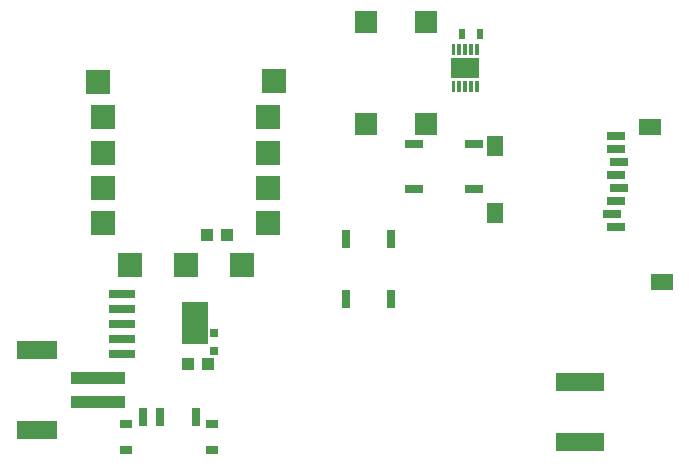
<source format=gbr>
G04 This is an RS-274x file exported by *
G04 gerbv version 2.4.0 *
G04 More information is available about gerbv at *
G04 http://gerbv.gpleda.org/ *
G04 --End of header info--*
%MOIN*%
%FSLAX23Y23*%
%IPPOS*%
G04 --Define apertures--*
%ADD10C,0.0000*%
%ADD11R,0.0600X0.0300*%
%ADD12R,0.0300X0.0600*%
%ADD13R,0.1600X0.0600*%
%ADD14R,0.0551X0.0709*%
%ADD15R,0.0748X0.0551*%
%ADD16R,0.0591X0.0315*%
%ADD17R,0.0315X0.0315*%
%ADD18R,0.0433X0.0394*%
%ADD19R,0.0827X0.0787*%
%ADD20R,0.0787X0.0827*%
%ADD21R,0.0880X0.0300*%
%ADD22R,0.0866X0.1417*%
%ADD23R,0.0720X0.0724*%
%ADD24R,0.0937X0.0650*%
%ADD25C,0.0025*%
%ADD26R,0.0236X0.0354*%
%ADD27R,0.1811X0.0394*%
%ADD28R,0.1339X0.0630*%
%ADD29R,0.0276X0.0591*%
%ADD30R,0.0394X0.0315*%
G04 --Start main section--*
G54D11*
G01X01911Y00993D03*
G01X01911Y01143D03*
G01X01711Y01143D03*
G01X01711Y00993D03*
G54D12*
G01X01635Y00827D03*
G01X01485Y00827D03*
G01X01485Y00627D03*
G01X01635Y00627D03*
G54D13*
G01X02265Y00350D03*
G01X02265Y00150D03*
G54D14*
G01X01980Y00913D03*
G01X01980Y01137D03*
G54D15*
G01X02497Y01200D03*
G01X02537Y00682D03*
G54D16*
G01X02385Y00866D03*
G01X02370Y00909D03*
G01X02385Y00952D03*
G01X02393Y00996D03*
G01X02385Y01039D03*
G01X02393Y01082D03*
G01X02385Y01126D03*
G01X02385Y01169D03*
G54D17*
G01X01045Y00511D03*
G01X01045Y00452D03*
G54D18*
G01X01023Y00409D03*
G01X00957Y00409D03*
G01X01021Y00840D03*
G01X01088Y00840D03*
G54D19*
G01X01138Y00740D03*
G01X00951Y00740D03*
G01X00764Y00740D03*
G54D20*
G01X00675Y00878D03*
G01X00675Y00996D03*
G01X00675Y01114D03*
G01X00675Y01232D03*
G01X00657Y01350D03*
G01X01226Y01232D03*
G01X01226Y01114D03*
G01X01226Y00996D03*
G01X01226Y00878D03*
G01X01243Y01351D03*
G54D21*
G01X00738Y00641D03*
G01X00738Y00591D03*
G01X00738Y00541D03*
G01X00738Y00491D03*
G01X00738Y00441D03*
G54D22*
G01X00982Y00545D03*
G54D23*
G01X01551Y01210D03*
G01X01752Y01210D03*
G01X01752Y01549D03*
G01X01551Y01549D03*
G54D24*
G01X01880Y01397D03*
G54D25*
G01X01883Y01442D02*
G01X01876Y01442D01*
G01X01876Y01442D02*
G01X01876Y01475D01*
G01X01876Y01475D02*
G01X01883Y01475D01*
G01X01883Y01475D02*
G01X01883Y01442D01*
G01X01883Y01444D02*
G01X01876Y01444D01*
G01X01876Y01447D02*
G01X01883Y01447D01*
G01X01883Y01449D02*
G01X01876Y01449D01*
G01X01876Y01451D02*
G01X01883Y01451D01*
G01X01883Y01454D02*
G01X01876Y01454D01*
G01X01876Y01456D02*
G01X01883Y01456D01*
G01X01883Y01459D02*
G01X01876Y01459D01*
G01X01876Y01461D02*
G01X01883Y01461D01*
G01X01883Y01463D02*
G01X01876Y01463D01*
G01X01876Y01466D02*
G01X01883Y01466D01*
G01X01883Y01468D02*
G01X01876Y01468D01*
G01X01876Y01471D02*
G01X01883Y01471D01*
G01X01883Y01473D02*
G01X01876Y01473D01*
G01X01864Y01442D02*
G01X01856Y01442D01*
G01X01856Y01442D02*
G01X01856Y01475D01*
G01X01856Y01475D02*
G01X01864Y01475D01*
G01X01864Y01475D02*
G01X01864Y01442D01*
G01X01864Y01444D02*
G01X01856Y01444D01*
G01X01856Y01447D02*
G01X01864Y01447D01*
G01X01864Y01449D02*
G01X01856Y01449D01*
G01X01856Y01451D02*
G01X01864Y01451D01*
G01X01864Y01454D02*
G01X01856Y01454D01*
G01X01856Y01456D02*
G01X01864Y01456D01*
G01X01864Y01459D02*
G01X01856Y01459D01*
G01X01856Y01461D02*
G01X01864Y01461D01*
G01X01864Y01463D02*
G01X01856Y01463D01*
G01X01856Y01466D02*
G01X01864Y01466D01*
G01X01864Y01468D02*
G01X01856Y01468D01*
G01X01856Y01471D02*
G01X01864Y01471D01*
G01X01864Y01473D02*
G01X01856Y01473D01*
G01X01844Y01442D02*
G01X01837Y01442D01*
G01X01837Y01442D02*
G01X01837Y01475D01*
G01X01837Y01475D02*
G01X01844Y01475D01*
G01X01844Y01475D02*
G01X01844Y01442D01*
G01X01844Y01444D02*
G01X01837Y01444D01*
G01X01837Y01447D02*
G01X01844Y01447D01*
G01X01844Y01449D02*
G01X01837Y01449D01*
G01X01837Y01451D02*
G01X01844Y01451D01*
G01X01844Y01454D02*
G01X01837Y01454D01*
G01X01837Y01456D02*
G01X01844Y01456D01*
G01X01844Y01459D02*
G01X01837Y01459D01*
G01X01837Y01461D02*
G01X01844Y01461D01*
G01X01844Y01463D02*
G01X01837Y01463D01*
G01X01837Y01466D02*
G01X01844Y01466D01*
G01X01844Y01468D02*
G01X01837Y01468D01*
G01X01837Y01471D02*
G01X01844Y01471D01*
G01X01844Y01473D02*
G01X01837Y01473D01*
G01X01896Y01442D02*
G01X01903Y01442D01*
G01X01896Y01442D02*
G01X01896Y01475D01*
G01X01896Y01475D02*
G01X01903Y01475D01*
G01X01903Y01475D02*
G01X01903Y01442D01*
G01X01903Y01444D02*
G01X01896Y01444D01*
G01X01896Y01447D02*
G01X01903Y01447D01*
G01X01903Y01449D02*
G01X01896Y01449D01*
G01X01896Y01451D02*
G01X01903Y01451D01*
G01X01903Y01454D02*
G01X01896Y01454D01*
G01X01896Y01456D02*
G01X01903Y01456D01*
G01X01903Y01459D02*
G01X01896Y01459D01*
G01X01896Y01461D02*
G01X01903Y01461D01*
G01X01903Y01463D02*
G01X01896Y01463D01*
G01X01896Y01466D02*
G01X01903Y01466D01*
G01X01903Y01468D02*
G01X01896Y01468D01*
G01X01896Y01471D02*
G01X01903Y01471D01*
G01X01903Y01473D02*
G01X01896Y01473D01*
G01X01915Y01442D02*
G01X01923Y01442D01*
G01X01915Y01442D02*
G01X01915Y01475D01*
G01X01915Y01475D02*
G01X01923Y01475D01*
G01X01923Y01475D02*
G01X01923Y01442D01*
G01X01923Y01444D02*
G01X01915Y01444D01*
G01X01915Y01447D02*
G01X01923Y01447D01*
G01X01923Y01449D02*
G01X01915Y01449D01*
G01X01915Y01451D02*
G01X01923Y01451D01*
G01X01923Y01454D02*
G01X01915Y01454D01*
G01X01915Y01456D02*
G01X01923Y01456D01*
G01X01923Y01459D02*
G01X01915Y01459D01*
G01X01915Y01461D02*
G01X01923Y01461D01*
G01X01923Y01463D02*
G01X01915Y01463D01*
G01X01915Y01466D02*
G01X01923Y01466D01*
G01X01923Y01468D02*
G01X01915Y01468D01*
G01X01915Y01471D02*
G01X01923Y01471D01*
G01X01923Y01473D02*
G01X01915Y01473D01*
G01X01915Y01320D02*
G01X01923Y01320D01*
G01X01915Y01320D02*
G01X01915Y01353D01*
G01X01915Y01353D02*
G01X01923Y01353D01*
G01X01923Y01353D02*
G01X01923Y01320D01*
G01X01923Y01322D02*
G01X01915Y01322D01*
G01X01915Y01325D02*
G01X01923Y01325D01*
G01X01923Y01327D02*
G01X01915Y01327D01*
G01X01915Y01329D02*
G01X01923Y01329D01*
G01X01923Y01332D02*
G01X01915Y01332D01*
G01X01915Y01334D02*
G01X01923Y01334D01*
G01X01923Y01337D02*
G01X01915Y01337D01*
G01X01915Y01339D02*
G01X01923Y01339D01*
G01X01923Y01341D02*
G01X01915Y01341D01*
G01X01915Y01344D02*
G01X01923Y01344D01*
G01X01923Y01346D02*
G01X01915Y01346D01*
G01X01915Y01349D02*
G01X01923Y01349D01*
G01X01923Y01351D02*
G01X01915Y01351D01*
G01X01903Y01320D02*
G01X01896Y01320D01*
G01X01896Y01320D02*
G01X01896Y01353D01*
G01X01896Y01353D02*
G01X01903Y01353D01*
G01X01903Y01353D02*
G01X01903Y01320D01*
G01X01903Y01322D02*
G01X01896Y01322D01*
G01X01896Y01325D02*
G01X01903Y01325D01*
G01X01903Y01327D02*
G01X01896Y01327D01*
G01X01896Y01329D02*
G01X01903Y01329D01*
G01X01903Y01332D02*
G01X01896Y01332D01*
G01X01896Y01334D02*
G01X01903Y01334D01*
G01X01903Y01337D02*
G01X01896Y01337D01*
G01X01896Y01339D02*
G01X01903Y01339D01*
G01X01903Y01341D02*
G01X01896Y01341D01*
G01X01896Y01344D02*
G01X01903Y01344D01*
G01X01903Y01346D02*
G01X01896Y01346D01*
G01X01896Y01349D02*
G01X01903Y01349D01*
G01X01903Y01351D02*
G01X01896Y01351D01*
G01X01883Y01320D02*
G01X01876Y01320D01*
G01X01876Y01320D02*
G01X01876Y01353D01*
G01X01876Y01353D02*
G01X01883Y01353D01*
G01X01883Y01353D02*
G01X01883Y01320D01*
G01X01883Y01322D02*
G01X01876Y01322D01*
G01X01876Y01325D02*
G01X01883Y01325D01*
G01X01883Y01327D02*
G01X01876Y01327D01*
G01X01876Y01329D02*
G01X01883Y01329D01*
G01X01883Y01332D02*
G01X01876Y01332D01*
G01X01876Y01334D02*
G01X01883Y01334D01*
G01X01883Y01337D02*
G01X01876Y01337D01*
G01X01876Y01339D02*
G01X01883Y01339D01*
G01X01883Y01341D02*
G01X01876Y01341D01*
G01X01876Y01344D02*
G01X01883Y01344D01*
G01X01883Y01346D02*
G01X01876Y01346D01*
G01X01876Y01349D02*
G01X01883Y01349D01*
G01X01883Y01351D02*
G01X01876Y01351D01*
G01X01864Y01320D02*
G01X01856Y01320D01*
G01X01856Y01320D02*
G01X01856Y01353D01*
G01X01856Y01353D02*
G01X01864Y01353D01*
G01X01864Y01353D02*
G01X01864Y01320D01*
G01X01864Y01322D02*
G01X01856Y01322D01*
G01X01856Y01325D02*
G01X01864Y01325D01*
G01X01864Y01327D02*
G01X01856Y01327D01*
G01X01856Y01329D02*
G01X01864Y01329D01*
G01X01864Y01332D02*
G01X01856Y01332D01*
G01X01856Y01334D02*
G01X01864Y01334D01*
G01X01864Y01337D02*
G01X01856Y01337D01*
G01X01856Y01339D02*
G01X01864Y01339D01*
G01X01864Y01341D02*
G01X01856Y01341D01*
G01X01856Y01344D02*
G01X01864Y01344D01*
G01X01864Y01346D02*
G01X01856Y01346D01*
G01X01856Y01349D02*
G01X01864Y01349D01*
G01X01864Y01351D02*
G01X01856Y01351D01*
G01X01844Y01320D02*
G01X01837Y01320D01*
G01X01837Y01320D02*
G01X01837Y01353D01*
G01X01837Y01353D02*
G01X01844Y01353D01*
G01X01844Y01353D02*
G01X01844Y01320D01*
G01X01844Y01322D02*
G01X01837Y01322D01*
G01X01837Y01325D02*
G01X01844Y01325D01*
G01X01844Y01327D02*
G01X01837Y01327D01*
G01X01837Y01329D02*
G01X01844Y01329D01*
G01X01844Y01332D02*
G01X01837Y01332D01*
G01X01837Y01334D02*
G01X01844Y01334D01*
G01X01844Y01337D02*
G01X01837Y01337D01*
G01X01837Y01339D02*
G01X01844Y01339D01*
G01X01844Y01341D02*
G01X01837Y01341D01*
G01X01837Y01344D02*
G01X01844Y01344D01*
G01X01844Y01346D02*
G01X01837Y01346D01*
G01X01837Y01349D02*
G01X01844Y01349D01*
G01X01844Y01351D02*
G01X01837Y01351D01*
G54D26*
G01X01872Y01508D03*
G01X01931Y01508D03*
G54D27*
G01X00657Y00362D03*
G01X00657Y00283D03*
G54D28*
G01X00453Y00189D03*
G01X00453Y00456D03*
G54D29*
G01X00807Y00234D03*
G01X00866Y00234D03*
G01X00984Y00234D03*
G54D30*
G01X01039Y00208D03*
G01X01039Y00122D03*
G01X00752Y00122D03*
G01X00752Y00208D03*
M02*

</source>
